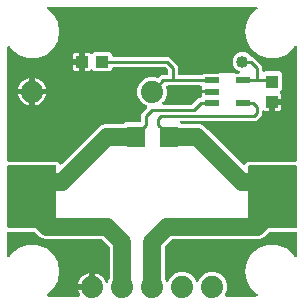
<source format=gbr>
G04 EAGLE Gerber RS-274X export*
G75*
%MOMM*%
%FSLAX34Y34*%
%LPD*%
%INTop Copper*%
%IPPOS*%
%AMOC8*
5,1,8,0,0,1.08239X$1,22.5*%
G01*
%ADD10R,1.200000X0.550000*%
%ADD11C,1.879600*%
%ADD12R,1.000000X1.100000*%
%ADD13R,1.100000X1.000000*%
%ADD14R,1.600000X1.800000*%
%ADD15C,1.524000*%
%ADD16C,0.254000*%
%ADD17C,1.016000*%

G36*
X204593Y115910D02*
X204593Y115910D01*
X204712Y115914D01*
X204751Y115925D01*
X204791Y115929D01*
X204904Y115969D01*
X205018Y116002D01*
X205053Y116023D01*
X205091Y116037D01*
X205189Y116103D01*
X205292Y116164D01*
X205337Y116204D01*
X205354Y116215D01*
X205367Y116230D01*
X205413Y116270D01*
X207761Y118619D01*
X248412Y118619D01*
X248530Y118634D01*
X248649Y118641D01*
X248687Y118654D01*
X248728Y118659D01*
X248838Y118702D01*
X248951Y118739D01*
X248986Y118761D01*
X249023Y118776D01*
X249119Y118845D01*
X249220Y118909D01*
X249248Y118939D01*
X249281Y118962D01*
X249357Y119054D01*
X249438Y119141D01*
X249458Y119176D01*
X249483Y119207D01*
X249534Y119315D01*
X249592Y119419D01*
X249602Y119459D01*
X249619Y119495D01*
X249641Y119612D01*
X249671Y119727D01*
X249675Y119787D01*
X249679Y119807D01*
X249677Y119828D01*
X249681Y119888D01*
X249681Y215163D01*
X249663Y215308D01*
X249648Y215453D01*
X249643Y215466D01*
X249641Y215479D01*
X249588Y215614D01*
X249537Y215751D01*
X249529Y215762D01*
X249524Y215775D01*
X249439Y215892D01*
X249356Y216012D01*
X249345Y216021D01*
X249338Y216032D01*
X249226Y216125D01*
X249115Y216220D01*
X249103Y216226D01*
X249093Y216235D01*
X248961Y216297D01*
X248830Y216362D01*
X248817Y216365D01*
X248805Y216370D01*
X248663Y216398D01*
X248519Y216428D01*
X248506Y216428D01*
X248493Y216430D01*
X248348Y216421D01*
X248202Y216415D01*
X248189Y216411D01*
X248175Y216410D01*
X248037Y216366D01*
X247897Y216324D01*
X247885Y216317D01*
X247873Y216312D01*
X247750Y216235D01*
X247625Y216159D01*
X247615Y216149D01*
X247604Y216142D01*
X247504Y216036D01*
X247402Y215932D01*
X247392Y215917D01*
X247386Y215911D01*
X247378Y215896D01*
X247313Y215798D01*
X246185Y213845D01*
X240078Y208720D01*
X232586Y205993D01*
X224614Y205993D01*
X217122Y208720D01*
X211015Y213844D01*
X207029Y220749D01*
X205645Y228600D01*
X207029Y236451D01*
X211015Y243355D01*
X215882Y247440D01*
X215906Y247466D01*
X215935Y247486D01*
X216014Y247582D01*
X216099Y247673D01*
X216115Y247704D01*
X216138Y247731D01*
X216191Y247844D01*
X216250Y247953D01*
X216258Y247987D01*
X216274Y248019D01*
X216297Y248141D01*
X216327Y248261D01*
X216327Y248297D01*
X216333Y248332D01*
X216326Y248455D01*
X216325Y248579D01*
X216316Y248614D01*
X216314Y248649D01*
X216275Y248767D01*
X216244Y248887D01*
X216226Y248918D01*
X216216Y248951D01*
X216149Y249056D01*
X216089Y249165D01*
X216064Y249190D01*
X216045Y249220D01*
X215955Y249305D01*
X215870Y249395D01*
X215840Y249414D01*
X215814Y249438D01*
X215705Y249498D01*
X215600Y249564D01*
X215566Y249575D01*
X215535Y249592D01*
X215415Y249623D01*
X215297Y249660D01*
X215262Y249662D01*
X215227Y249671D01*
X215067Y249681D01*
X38933Y249681D01*
X38898Y249677D01*
X38863Y249679D01*
X38741Y249657D01*
X38618Y249641D01*
X38585Y249628D01*
X38550Y249622D01*
X38437Y249570D01*
X38322Y249524D01*
X38294Y249504D01*
X38261Y249489D01*
X38165Y249410D01*
X38065Y249338D01*
X38042Y249310D01*
X38015Y249288D01*
X37941Y249188D01*
X37862Y249093D01*
X37847Y249061D01*
X37826Y249032D01*
X37779Y248917D01*
X37726Y248805D01*
X37720Y248770D01*
X37707Y248737D01*
X37690Y248614D01*
X37667Y248493D01*
X37669Y248457D01*
X37664Y248422D01*
X37679Y248299D01*
X37686Y248175D01*
X37697Y248141D01*
X37702Y248106D01*
X37746Y247991D01*
X37784Y247873D01*
X37803Y247843D01*
X37816Y247810D01*
X37888Y247709D01*
X37955Y247604D01*
X37980Y247580D01*
X38001Y247551D01*
X38118Y247440D01*
X42985Y243356D01*
X46971Y236451D01*
X48355Y228600D01*
X46971Y220749D01*
X42985Y213845D01*
X36878Y208720D01*
X29386Y205993D01*
X21414Y205993D01*
X13922Y208720D01*
X7815Y213844D01*
X6687Y215798D01*
X6599Y215914D01*
X6514Y216032D01*
X6503Y216041D01*
X6495Y216051D01*
X6381Y216142D01*
X6269Y216235D01*
X6256Y216241D01*
X6246Y216249D01*
X6112Y216309D01*
X5981Y216370D01*
X5968Y216373D01*
X5955Y216378D01*
X5811Y216403D01*
X5668Y216430D01*
X5655Y216429D01*
X5642Y216432D01*
X5496Y216419D01*
X5351Y216410D01*
X5338Y216406D01*
X5325Y216405D01*
X5187Y216357D01*
X5049Y216312D01*
X5037Y216305D01*
X5024Y216301D01*
X4903Y216220D01*
X4780Y216142D01*
X4771Y216132D01*
X4759Y216125D01*
X4662Y216017D01*
X4562Y215911D01*
X4555Y215899D01*
X4546Y215889D01*
X4479Y215760D01*
X4408Y215632D01*
X4405Y215619D01*
X4399Y215607D01*
X4365Y215465D01*
X4329Y215324D01*
X4328Y215306D01*
X4326Y215298D01*
X4326Y215280D01*
X4319Y215163D01*
X4319Y119888D01*
X4334Y119770D01*
X4341Y119651D01*
X4354Y119613D01*
X4359Y119572D01*
X4402Y119462D01*
X4439Y119349D01*
X4461Y119314D01*
X4476Y119277D01*
X4545Y119181D01*
X4609Y119080D01*
X4639Y119052D01*
X4662Y119019D01*
X4754Y118943D01*
X4841Y118862D01*
X4876Y118842D01*
X4907Y118817D01*
X5015Y118766D01*
X5119Y118708D01*
X5159Y118698D01*
X5195Y118681D01*
X5312Y118659D01*
X5427Y118629D01*
X5487Y118625D01*
X5507Y118621D01*
X5528Y118623D01*
X5588Y118619D01*
X46239Y118619D01*
X48587Y116270D01*
X48681Y116197D01*
X48771Y116118D01*
X48807Y116100D01*
X48839Y116075D01*
X48948Y116028D01*
X49054Y115974D01*
X49093Y115965D01*
X49131Y115949D01*
X49248Y115930D01*
X49364Y115904D01*
X49405Y115905D01*
X49445Y115899D01*
X49563Y115910D01*
X49682Y115914D01*
X49721Y115925D01*
X49761Y115929D01*
X49873Y115969D01*
X49988Y116002D01*
X50022Y116023D01*
X50061Y116037D01*
X50159Y116103D01*
X50262Y116164D01*
X50307Y116204D01*
X50324Y116215D01*
X50337Y116230D01*
X50382Y116270D01*
X79677Y145565D01*
X82857Y148745D01*
X86778Y150369D01*
X101831Y150369D01*
X101930Y150381D01*
X102029Y150384D01*
X102087Y150401D01*
X102147Y150409D01*
X102239Y150445D01*
X102334Y150473D01*
X102386Y150503D01*
X102443Y150526D01*
X102523Y150584D01*
X102608Y150634D01*
X102683Y150700D01*
X102700Y150712D01*
X102708Y150722D01*
X102729Y150740D01*
X103737Y151749D01*
X116332Y151749D01*
X116450Y151764D01*
X116569Y151771D01*
X116607Y151784D01*
X116648Y151789D01*
X116758Y151832D01*
X116871Y151869D01*
X116906Y151891D01*
X116943Y151906D01*
X117039Y151975D01*
X117140Y152039D01*
X117168Y152069D01*
X117201Y152092D01*
X117277Y152184D01*
X117358Y152271D01*
X117378Y152306D01*
X117403Y152337D01*
X117454Y152445D01*
X117512Y152549D01*
X117522Y152589D01*
X117539Y152625D01*
X117561Y152742D01*
X117591Y152857D01*
X117595Y152917D01*
X117599Y152937D01*
X117597Y152958D01*
X117601Y153018D01*
X117601Y159269D01*
X122310Y163977D01*
X122588Y164256D01*
X122618Y164295D01*
X122655Y164328D01*
X122716Y164420D01*
X122783Y164507D01*
X122803Y164553D01*
X122830Y164594D01*
X122866Y164698D01*
X122909Y164799D01*
X122917Y164848D01*
X122933Y164895D01*
X122942Y165005D01*
X122959Y165113D01*
X122955Y165162D01*
X122958Y165212D01*
X122940Y165320D01*
X122929Y165429D01*
X122913Y165476D01*
X122904Y165525D01*
X122859Y165625D01*
X122822Y165729D01*
X122794Y165770D01*
X122773Y165815D01*
X122705Y165901D01*
X122643Y165992D01*
X122606Y166025D01*
X122575Y166064D01*
X122487Y166130D01*
X122405Y166202D01*
X122361Y166225D01*
X122321Y166255D01*
X122176Y166326D01*
X119950Y167248D01*
X116448Y170750D01*
X114553Y175324D01*
X114553Y180276D01*
X116448Y184850D01*
X119950Y188352D01*
X124524Y190247D01*
X129476Y190247D01*
X131424Y189440D01*
X131453Y189432D01*
X131479Y189419D01*
X131605Y189390D01*
X131731Y189356D01*
X131760Y189355D01*
X131789Y189349D01*
X131919Y189353D01*
X132049Y189351D01*
X132077Y189358D01*
X132107Y189359D01*
X132232Y189395D01*
X132358Y189425D01*
X132384Y189439D01*
X132412Y189447D01*
X132524Y189513D01*
X132639Y189574D01*
X132661Y189594D01*
X132686Y189608D01*
X132807Y189715D01*
X134711Y191619D01*
X139192Y191619D01*
X139310Y191634D01*
X139429Y191641D01*
X139467Y191654D01*
X139508Y191659D01*
X139618Y191702D01*
X139731Y191739D01*
X139766Y191761D01*
X139803Y191776D01*
X139899Y191845D01*
X140000Y191909D01*
X140028Y191939D01*
X140061Y191962D01*
X140137Y192054D01*
X140218Y192141D01*
X140238Y192176D01*
X140263Y192207D01*
X140314Y192315D01*
X140372Y192419D01*
X140382Y192459D01*
X140399Y192495D01*
X140421Y192612D01*
X140451Y192727D01*
X140455Y192787D01*
X140459Y192807D01*
X140457Y192828D01*
X140461Y192888D01*
X140461Y195805D01*
X140449Y195904D01*
X140446Y196003D01*
X140429Y196061D01*
X140421Y196121D01*
X140385Y196213D01*
X140357Y196308D01*
X140327Y196360D01*
X140304Y196417D01*
X140246Y196497D01*
X140196Y196582D01*
X140130Y196657D01*
X140118Y196674D01*
X140108Y196682D01*
X140090Y196703D01*
X138283Y198510D01*
X138205Y198570D01*
X138132Y198638D01*
X138079Y198667D01*
X138032Y198704D01*
X137941Y198744D01*
X137854Y198792D01*
X137795Y198807D01*
X137740Y198831D01*
X137642Y198846D01*
X137546Y198871D01*
X137446Y198877D01*
X137426Y198881D01*
X137413Y198879D01*
X137385Y198881D01*
X94518Y198881D01*
X94400Y198866D01*
X94281Y198859D01*
X94243Y198846D01*
X94202Y198841D01*
X94092Y198798D01*
X93979Y198761D01*
X93944Y198739D01*
X93907Y198724D01*
X93811Y198655D01*
X93710Y198591D01*
X93682Y198561D01*
X93649Y198538D01*
X93573Y198446D01*
X93492Y198359D01*
X93472Y198324D01*
X93447Y198293D01*
X93396Y198185D01*
X93338Y198081D01*
X93328Y198041D01*
X93311Y198005D01*
X93289Y197888D01*
X93259Y197773D01*
X93255Y197713D01*
X93251Y197693D01*
X93253Y197672D01*
X93249Y197612D01*
X93249Y196937D01*
X91463Y195151D01*
X77937Y195151D01*
X76738Y196350D01*
X76644Y196423D01*
X76555Y196502D01*
X76519Y196520D01*
X76487Y196545D01*
X76378Y196592D01*
X76272Y196647D01*
X76232Y196655D01*
X76195Y196671D01*
X76077Y196690D01*
X75961Y196716D01*
X75921Y196715D01*
X75881Y196721D01*
X75762Y196710D01*
X75643Y196706D01*
X75605Y196695D01*
X75564Y196691D01*
X75452Y196651D01*
X75338Y196618D01*
X75303Y196598D01*
X75265Y196584D01*
X75167Y196517D01*
X75064Y196457D01*
X75019Y196417D01*
X75002Y196405D01*
X74988Y196390D01*
X74943Y196350D01*
X74760Y196167D01*
X74181Y195832D01*
X73534Y195659D01*
X70199Y195659D01*
X70199Y201970D01*
X70184Y202088D01*
X70177Y202207D01*
X70164Y202245D01*
X70159Y202285D01*
X70116Y202396D01*
X70079Y202509D01*
X70057Y202543D01*
X70042Y202581D01*
X69973Y202677D01*
X69909Y202778D01*
X69879Y202806D01*
X69856Y202838D01*
X69764Y202914D01*
X69677Y202996D01*
X69642Y203015D01*
X69611Y203041D01*
X69503Y203092D01*
X69399Y203149D01*
X69359Y203159D01*
X69323Y203177D01*
X69216Y203197D01*
X69246Y203201D01*
X69356Y203245D01*
X69469Y203281D01*
X69504Y203303D01*
X69541Y203318D01*
X69637Y203388D01*
X69738Y203451D01*
X69766Y203481D01*
X69799Y203505D01*
X69875Y203596D01*
X69956Y203683D01*
X69976Y203718D01*
X70001Y203750D01*
X70052Y203857D01*
X70110Y203962D01*
X70120Y204001D01*
X70137Y204037D01*
X70159Y204154D01*
X70189Y204270D01*
X70193Y204330D01*
X70197Y204350D01*
X70195Y204370D01*
X70199Y204430D01*
X70199Y210741D01*
X73534Y210741D01*
X74181Y210568D01*
X74760Y210233D01*
X74943Y210050D01*
X75037Y209977D01*
X75127Y209898D01*
X75163Y209880D01*
X75195Y209855D01*
X75304Y209808D01*
X75410Y209753D01*
X75449Y209745D01*
X75486Y209729D01*
X75604Y209710D01*
X75720Y209684D01*
X75761Y209685D01*
X75801Y209679D01*
X75919Y209690D01*
X76038Y209693D01*
X76077Y209705D01*
X76117Y209709D01*
X76229Y209749D01*
X76344Y209782D01*
X76378Y209802D01*
X76416Y209816D01*
X76515Y209883D01*
X76617Y209943D01*
X76663Y209983D01*
X76680Y209995D01*
X76693Y210010D01*
X76738Y210050D01*
X77937Y211249D01*
X91463Y211249D01*
X93249Y209463D01*
X93249Y208788D01*
X93264Y208670D01*
X93271Y208551D01*
X93284Y208513D01*
X93289Y208472D01*
X93332Y208362D01*
X93369Y208249D01*
X93391Y208214D01*
X93406Y208177D01*
X93475Y208081D01*
X93539Y207980D01*
X93569Y207952D01*
X93592Y207919D01*
X93684Y207843D01*
X93771Y207762D01*
X93806Y207742D01*
X93837Y207717D01*
X93945Y207666D01*
X94049Y207608D01*
X94089Y207598D01*
X94125Y207581D01*
X94242Y207559D01*
X94357Y207529D01*
X94417Y207525D01*
X94437Y207521D01*
X94458Y207523D01*
X94518Y207519D01*
X141489Y207519D01*
X149099Y199909D01*
X149099Y192888D01*
X149114Y192770D01*
X149121Y192651D01*
X149134Y192613D01*
X149139Y192572D01*
X149182Y192462D01*
X149219Y192349D01*
X149241Y192314D01*
X149256Y192277D01*
X149325Y192181D01*
X149389Y192080D01*
X149419Y192052D01*
X149442Y192019D01*
X149534Y191943D01*
X149621Y191862D01*
X149656Y191842D01*
X149687Y191817D01*
X149795Y191766D01*
X149899Y191708D01*
X149939Y191698D01*
X149975Y191681D01*
X150092Y191659D01*
X150207Y191629D01*
X150267Y191625D01*
X150287Y191621D01*
X150308Y191623D01*
X150368Y191619D01*
X168230Y191619D01*
X168329Y191631D01*
X168428Y191634D01*
X168486Y191651D01*
X168546Y191659D01*
X168638Y191695D01*
X168733Y191723D01*
X168785Y191753D01*
X168842Y191776D01*
X168922Y191834D01*
X169007Y191884D01*
X169082Y191950D01*
X169099Y191962D01*
X169107Y191972D01*
X169128Y191990D01*
X170236Y193099D01*
X183181Y193099D01*
X183280Y193111D01*
X183379Y193114D01*
X183437Y193131D01*
X183497Y193139D01*
X183589Y193175D01*
X183684Y193203D01*
X183736Y193233D01*
X183793Y193256D01*
X183873Y193314D01*
X183958Y193364D01*
X184033Y193430D01*
X184050Y193442D01*
X184058Y193452D01*
X184079Y193471D01*
X184157Y193549D01*
X196843Y193549D01*
X196921Y193471D01*
X196999Y193410D01*
X197071Y193342D01*
X197124Y193313D01*
X197172Y193276D01*
X197263Y193236D01*
X197350Y193188D01*
X197409Y193173D01*
X197464Y193149D01*
X197562Y193134D01*
X197658Y193109D01*
X197758Y193103D01*
X197778Y193099D01*
X197791Y193101D01*
X197819Y193099D01*
X199964Y193099D01*
X200033Y193107D01*
X200103Y193106D01*
X200191Y193127D01*
X200280Y193139D01*
X200345Y193164D01*
X200413Y193181D01*
X200492Y193223D01*
X200576Y193256D01*
X200632Y193297D01*
X200694Y193329D01*
X200760Y193390D01*
X200833Y193442D01*
X200877Y193496D01*
X200929Y193543D01*
X200978Y193618D01*
X201036Y193687D01*
X201065Y193751D01*
X201104Y193809D01*
X201133Y193894D01*
X201171Y193975D01*
X201184Y194044D01*
X201207Y194110D01*
X201214Y194199D01*
X201231Y194287D01*
X201227Y194357D01*
X201232Y194427D01*
X201217Y194515D01*
X201211Y194605D01*
X201190Y194671D01*
X201178Y194740D01*
X201141Y194822D01*
X201113Y194907D01*
X201076Y194966D01*
X201047Y195030D01*
X200991Y195100D01*
X200943Y195176D01*
X200892Y195224D01*
X200849Y195278D01*
X200777Y195333D01*
X200711Y195394D01*
X200650Y195428D01*
X200595Y195470D01*
X200450Y195541D01*
X198595Y196309D01*
X196309Y198595D01*
X195071Y201583D01*
X195071Y204817D01*
X196309Y207805D01*
X198595Y210091D01*
X201583Y211329D01*
X204817Y211329D01*
X207805Y210091D01*
X210005Y207890D01*
X210084Y207830D01*
X210156Y207762D01*
X210209Y207733D01*
X210257Y207696D01*
X210348Y207656D01*
X210434Y207608D01*
X210493Y207593D01*
X210548Y207569D01*
X210646Y207554D01*
X210742Y207529D01*
X210842Y207523D01*
X210863Y207519D01*
X210875Y207521D01*
X210903Y207519D01*
X212609Y207519D01*
X220219Y199909D01*
X220219Y195795D01*
X220236Y195657D01*
X220249Y195518D01*
X220256Y195499D01*
X220259Y195479D01*
X220310Y195350D01*
X220357Y195219D01*
X220368Y195202D01*
X220376Y195183D01*
X220457Y195071D01*
X220535Y194956D01*
X220551Y194942D01*
X220562Y194926D01*
X220670Y194837D01*
X220774Y194745D01*
X220792Y194736D01*
X220807Y194723D01*
X220933Y194664D01*
X221057Y194601D01*
X221077Y194596D01*
X221095Y194588D01*
X221231Y194562D01*
X221367Y194531D01*
X221388Y194532D01*
X221407Y194528D01*
X221546Y194536D01*
X221685Y194541D01*
X221705Y194546D01*
X221725Y194548D01*
X221857Y194591D01*
X221991Y194629D01*
X222008Y194639D01*
X222027Y194646D01*
X222145Y194720D01*
X222265Y194791D01*
X222286Y194809D01*
X222296Y194816D01*
X222310Y194831D01*
X222331Y194849D01*
X234863Y194849D01*
X236649Y193063D01*
X236649Y179537D01*
X235450Y178338D01*
X235377Y178244D01*
X235298Y178155D01*
X235280Y178119D01*
X235255Y178087D01*
X235208Y177978D01*
X235153Y177872D01*
X235145Y177832D01*
X235129Y177795D01*
X235110Y177677D01*
X235084Y177561D01*
X235085Y177521D01*
X235079Y177481D01*
X235090Y177362D01*
X235094Y177243D01*
X235105Y177205D01*
X235109Y177164D01*
X235149Y177052D01*
X235182Y176938D01*
X235202Y176903D01*
X235216Y176865D01*
X235283Y176767D01*
X235343Y176664D01*
X235383Y176619D01*
X235395Y176602D01*
X235410Y176588D01*
X235450Y176543D01*
X235633Y176360D01*
X235968Y175781D01*
X236141Y175134D01*
X236141Y171799D01*
X229830Y171799D01*
X229712Y171784D01*
X229593Y171777D01*
X229555Y171764D01*
X229515Y171759D01*
X229404Y171716D01*
X229291Y171679D01*
X229257Y171657D01*
X229219Y171642D01*
X229123Y171573D01*
X229022Y171509D01*
X228994Y171479D01*
X228962Y171456D01*
X228886Y171364D01*
X228804Y171277D01*
X228785Y171242D01*
X228759Y171211D01*
X228708Y171103D01*
X228651Y170999D01*
X228641Y170959D01*
X228623Y170923D01*
X228601Y170806D01*
X228571Y170691D01*
X228567Y170631D01*
X228564Y170611D01*
X228565Y170590D01*
X228561Y170530D01*
X228561Y169339D01*
X227370Y169339D01*
X227252Y169324D01*
X227133Y169317D01*
X227095Y169304D01*
X227054Y169299D01*
X226944Y169255D01*
X226831Y169219D01*
X226796Y169197D01*
X226759Y169182D01*
X226662Y169112D01*
X226562Y169049D01*
X226534Y169019D01*
X226501Y168995D01*
X226425Y168904D01*
X226344Y168817D01*
X226324Y168782D01*
X226299Y168750D01*
X226248Y168643D01*
X226190Y168538D01*
X226180Y168499D01*
X226163Y168463D01*
X226141Y168346D01*
X226111Y168230D01*
X226107Y168170D01*
X226103Y168150D01*
X226104Y168137D01*
X226103Y168132D01*
X226104Y168121D01*
X226101Y168070D01*
X226101Y161259D01*
X223266Y161259D01*
X222619Y161432D01*
X222123Y161719D01*
X222000Y161771D01*
X221881Y161827D01*
X221854Y161832D01*
X221829Y161842D01*
X221698Y161862D01*
X221568Y161887D01*
X221542Y161885D01*
X221515Y161889D01*
X221383Y161875D01*
X221251Y161867D01*
X221225Y161859D01*
X221199Y161856D01*
X221074Y161810D01*
X220949Y161769D01*
X220926Y161755D01*
X220900Y161745D01*
X220792Y161670D01*
X220680Y161599D01*
X220661Y161579D01*
X220639Y161564D01*
X220553Y161464D01*
X220462Y161367D01*
X220449Y161344D01*
X220431Y161323D01*
X220372Y161205D01*
X220308Y161089D01*
X220302Y161062D01*
X220290Y161038D01*
X220262Y160909D01*
X220229Y160781D01*
X220227Y160743D01*
X220223Y160727D01*
X220224Y160705D01*
X220219Y160620D01*
X220219Y158231D01*
X215149Y153161D01*
X151915Y153161D01*
X151777Y153144D01*
X151638Y153131D01*
X151619Y153124D01*
X151599Y153121D01*
X151470Y153070D01*
X151339Y153023D01*
X151322Y153012D01*
X151303Y153004D01*
X151191Y152923D01*
X151076Y152845D01*
X151062Y152829D01*
X151046Y152818D01*
X150957Y152710D01*
X150865Y152606D01*
X150856Y152588D01*
X150843Y152573D01*
X150784Y152447D01*
X150721Y152323D01*
X150716Y152303D01*
X150708Y152285D01*
X150682Y152148D01*
X150651Y152013D01*
X150652Y151992D01*
X150648Y151973D01*
X150656Y151834D01*
X150661Y151695D01*
X150666Y151675D01*
X150668Y151655D01*
X150710Y151523D01*
X150749Y151389D01*
X150759Y151372D01*
X150766Y151353D01*
X150840Y151235D01*
X150911Y151115D01*
X150929Y151094D01*
X150936Y151084D01*
X150951Y151070D01*
X151017Y150994D01*
X151271Y150740D01*
X151349Y150680D01*
X151421Y150612D01*
X151475Y150583D01*
X151522Y150546D01*
X151613Y150506D01*
X151700Y150458D01*
X151759Y150443D01*
X151814Y150419D01*
X151912Y150404D01*
X152008Y150379D01*
X152108Y150373D01*
X152128Y150369D01*
X152141Y150371D01*
X152169Y150369D01*
X167222Y150369D01*
X171143Y148745D01*
X174323Y145565D01*
X203618Y116270D01*
X203712Y116197D01*
X203801Y116118D01*
X203837Y116100D01*
X203869Y116075D01*
X203978Y116028D01*
X204084Y115974D01*
X204124Y115965D01*
X204161Y115949D01*
X204278Y115930D01*
X204394Y115904D01*
X204435Y115905D01*
X204475Y115899D01*
X204593Y115910D01*
G37*
G36*
X215102Y4323D02*
X215102Y4323D01*
X215137Y4321D01*
X215259Y4343D01*
X215382Y4359D01*
X215415Y4372D01*
X215450Y4378D01*
X215563Y4430D01*
X215678Y4476D01*
X215706Y4496D01*
X215739Y4511D01*
X215835Y4590D01*
X215935Y4662D01*
X215958Y4690D01*
X215985Y4712D01*
X216059Y4812D01*
X216138Y4907D01*
X216153Y4939D01*
X216174Y4968D01*
X216221Y5083D01*
X216274Y5195D01*
X216280Y5230D01*
X216293Y5263D01*
X216310Y5386D01*
X216333Y5507D01*
X216331Y5543D01*
X216336Y5578D01*
X216321Y5701D01*
X216314Y5825D01*
X216303Y5859D01*
X216298Y5894D01*
X216254Y6009D01*
X216216Y6127D01*
X216197Y6157D01*
X216184Y6190D01*
X216112Y6291D01*
X216045Y6396D01*
X216020Y6420D01*
X215999Y6449D01*
X215882Y6560D01*
X211015Y10644D01*
X207029Y17549D01*
X205645Y25400D01*
X207029Y33251D01*
X211015Y40155D01*
X217122Y45280D01*
X224614Y48007D01*
X232586Y48007D01*
X240078Y45280D01*
X246185Y40156D01*
X247313Y38202D01*
X247401Y38086D01*
X247486Y37968D01*
X247497Y37959D01*
X247505Y37949D01*
X247619Y37858D01*
X247731Y37765D01*
X247744Y37759D01*
X247754Y37751D01*
X247888Y37691D01*
X248019Y37630D01*
X248032Y37627D01*
X248045Y37622D01*
X248189Y37597D01*
X248332Y37570D01*
X248345Y37571D01*
X248358Y37568D01*
X248504Y37581D01*
X248649Y37590D01*
X248662Y37594D01*
X248675Y37595D01*
X248813Y37643D01*
X248951Y37688D01*
X248963Y37695D01*
X248976Y37699D01*
X249097Y37780D01*
X249220Y37858D01*
X249229Y37868D01*
X249241Y37875D01*
X249338Y37983D01*
X249438Y38089D01*
X249445Y38101D01*
X249454Y38111D01*
X249521Y38240D01*
X249592Y38368D01*
X249595Y38381D01*
X249601Y38393D01*
X249635Y38535D01*
X249671Y38676D01*
X249672Y38694D01*
X249674Y38703D01*
X249674Y38720D01*
X249681Y38837D01*
X249681Y57912D01*
X249666Y58030D01*
X249659Y58149D01*
X249646Y58187D01*
X249641Y58228D01*
X249598Y58338D01*
X249561Y58451D01*
X249539Y58486D01*
X249524Y58523D01*
X249455Y58619D01*
X249391Y58720D01*
X249361Y58748D01*
X249338Y58781D01*
X249246Y58857D01*
X249159Y58938D01*
X249124Y58958D01*
X249093Y58983D01*
X248985Y59034D01*
X248881Y59092D01*
X248841Y59102D01*
X248805Y59119D01*
X248688Y59141D01*
X248573Y59171D01*
X248513Y59175D01*
X248493Y59179D01*
X248472Y59177D01*
X248412Y59181D01*
X227195Y59181D01*
X227097Y59169D01*
X226998Y59166D01*
X226939Y59149D01*
X226879Y59141D01*
X226787Y59105D01*
X226692Y59077D01*
X226640Y59047D01*
X226584Y59024D01*
X226504Y58966D01*
X226418Y58916D01*
X226343Y58850D01*
X226326Y58838D01*
X226319Y58828D01*
X226297Y58810D01*
X221943Y54455D01*
X218022Y52831D01*
X144645Y52831D01*
X144547Y52819D01*
X144448Y52816D01*
X144389Y52799D01*
X144329Y52791D01*
X144237Y52755D01*
X144142Y52727D01*
X144090Y52697D01*
X144034Y52674D01*
X143954Y52616D01*
X143868Y52566D01*
X143793Y52500D01*
X143776Y52488D01*
X143769Y52478D01*
X143747Y52460D01*
X138040Y46753D01*
X137980Y46674D01*
X137912Y46602D01*
X137883Y46549D01*
X137846Y46501D01*
X137806Y46410D01*
X137758Y46324D01*
X137743Y46265D01*
X137719Y46209D01*
X137704Y46112D01*
X137679Y46016D01*
X137673Y45916D01*
X137669Y45895D01*
X137671Y45883D01*
X137669Y45855D01*
X137669Y19721D01*
X137670Y19712D01*
X137669Y19702D01*
X137690Y19554D01*
X137709Y19405D01*
X137712Y19397D01*
X137713Y19387D01*
X137765Y19235D01*
X138527Y17395D01*
X138596Y17275D01*
X138661Y17152D01*
X138675Y17137D01*
X138685Y17119D01*
X138782Y17019D01*
X138875Y16916D01*
X138892Y16905D01*
X138906Y16891D01*
X139024Y16818D01*
X139141Y16742D01*
X139160Y16735D01*
X139177Y16724D01*
X139310Y16684D01*
X139442Y16638D01*
X139462Y16637D01*
X139481Y16631D01*
X139620Y16624D01*
X139759Y16613D01*
X139779Y16617D01*
X139799Y16616D01*
X139935Y16644D01*
X140072Y16668D01*
X140091Y16676D01*
X140110Y16680D01*
X140235Y16741D01*
X140362Y16798D01*
X140378Y16811D01*
X140396Y16820D01*
X140502Y16910D01*
X140610Y16997D01*
X140623Y17013D01*
X140638Y17026D01*
X140718Y17140D01*
X140802Y17251D01*
X140814Y17276D01*
X140821Y17286D01*
X140828Y17305D01*
X140873Y17395D01*
X141848Y19750D01*
X145350Y23252D01*
X149924Y25147D01*
X154876Y25147D01*
X159450Y23252D01*
X162952Y19750D01*
X163927Y17395D01*
X163996Y17275D01*
X164061Y17152D01*
X164075Y17137D01*
X164085Y17119D01*
X164182Y17019D01*
X164275Y16916D01*
X164292Y16905D01*
X164306Y16891D01*
X164425Y16818D01*
X164541Y16742D01*
X164560Y16735D01*
X164577Y16724D01*
X164710Y16684D01*
X164842Y16638D01*
X164862Y16637D01*
X164881Y16631D01*
X165020Y16624D01*
X165159Y16613D01*
X165179Y16617D01*
X165199Y16616D01*
X165335Y16644D01*
X165472Y16668D01*
X165491Y16676D01*
X165510Y16680D01*
X165636Y16741D01*
X165762Y16798D01*
X165778Y16811D01*
X165796Y16820D01*
X165902Y16910D01*
X166010Y16997D01*
X166023Y17013D01*
X166038Y17026D01*
X166118Y17140D01*
X166202Y17251D01*
X166214Y17276D01*
X166221Y17286D01*
X166228Y17305D01*
X166273Y17395D01*
X167248Y19750D01*
X170750Y23252D01*
X175324Y25147D01*
X180276Y25147D01*
X184850Y23252D01*
X188352Y19750D01*
X190247Y15176D01*
X190247Y10224D01*
X188528Y6074D01*
X188514Y6026D01*
X188493Y5981D01*
X188473Y5873D01*
X188444Y5767D01*
X188443Y5717D01*
X188433Y5668D01*
X188440Y5559D01*
X188439Y5449D01*
X188450Y5401D01*
X188453Y5351D01*
X188487Y5247D01*
X188513Y5140D01*
X188536Y5096D01*
X188551Y5049D01*
X188610Y4956D01*
X188661Y4859D01*
X188695Y4822D01*
X188721Y4780D01*
X188802Y4705D01*
X188875Y4623D01*
X188917Y4596D01*
X188953Y4562D01*
X189049Y4509D01*
X189141Y4449D01*
X189188Y4432D01*
X189232Y4408D01*
X189338Y4381D01*
X189442Y4345D01*
X189491Y4341D01*
X189539Y4329D01*
X189700Y4319D01*
X215067Y4319D01*
X215102Y4323D01*
G37*
G36*
X65081Y4324D02*
X65081Y4324D01*
X65121Y4321D01*
X65238Y4344D01*
X65357Y4359D01*
X65394Y4373D01*
X65433Y4381D01*
X65541Y4432D01*
X65652Y4476D01*
X65685Y4499D01*
X65721Y4516D01*
X65813Y4592D01*
X65910Y4662D01*
X65935Y4693D01*
X65966Y4719D01*
X66036Y4815D01*
X66113Y4907D01*
X66130Y4944D01*
X66153Y4976D01*
X66197Y5087D01*
X66248Y5195D01*
X66256Y5234D01*
X66270Y5271D01*
X66285Y5390D01*
X66308Y5507D01*
X66305Y5547D01*
X66310Y5587D01*
X66296Y5706D01*
X66288Y5825D01*
X66276Y5863D01*
X66271Y5902D01*
X66227Y6014D01*
X66190Y6127D01*
X66169Y6161D01*
X66154Y6198D01*
X66068Y6334D01*
X65989Y6443D01*
X65136Y8117D01*
X64555Y9904D01*
X64515Y10161D01*
X74930Y10161D01*
X75048Y10176D01*
X75167Y10183D01*
X75205Y10196D01*
X75245Y10201D01*
X75356Y10244D01*
X75469Y10281D01*
X75503Y10303D01*
X75541Y10318D01*
X75637Y10388D01*
X75738Y10451D01*
X75766Y10481D01*
X75798Y10504D01*
X75874Y10596D01*
X75956Y10683D01*
X75975Y10718D01*
X76001Y10749D01*
X76052Y10857D01*
X76109Y10961D01*
X76120Y11001D01*
X76137Y11037D01*
X76159Y11154D01*
X76189Y11269D01*
X76193Y11330D01*
X76197Y11350D01*
X76195Y11370D01*
X76199Y11430D01*
X76199Y12701D01*
X77470Y12701D01*
X77588Y12716D01*
X77707Y12723D01*
X77745Y12736D01*
X77785Y12741D01*
X77896Y12785D01*
X78009Y12821D01*
X78044Y12843D01*
X78081Y12858D01*
X78177Y12928D01*
X78278Y12991D01*
X78306Y13021D01*
X78339Y13045D01*
X78414Y13136D01*
X78496Y13223D01*
X78516Y13258D01*
X78541Y13290D01*
X78592Y13397D01*
X78650Y13502D01*
X78660Y13541D01*
X78677Y13577D01*
X78699Y13694D01*
X78729Y13809D01*
X78733Y13870D01*
X78737Y13890D01*
X78735Y13910D01*
X78739Y13970D01*
X78739Y24385D01*
X78996Y24345D01*
X80783Y23764D01*
X82457Y22911D01*
X83978Y21806D01*
X85306Y20478D01*
X86411Y18957D01*
X87264Y17283D01*
X87415Y16818D01*
X87428Y16791D01*
X87435Y16762D01*
X87495Y16648D01*
X87550Y16530D01*
X87569Y16507D01*
X87583Y16481D01*
X87670Y16385D01*
X87753Y16285D01*
X87777Y16268D01*
X87797Y16246D01*
X87906Y16174D01*
X88010Y16098D01*
X88038Y16087D01*
X88063Y16071D01*
X88186Y16029D01*
X88306Y15981D01*
X88336Y15977D01*
X88364Y15968D01*
X88493Y15957D01*
X88621Y15941D01*
X88651Y15945D01*
X88681Y15942D01*
X88809Y15965D01*
X88937Y15981D01*
X88965Y15992D01*
X88994Y15997D01*
X89112Y16050D01*
X89233Y16098D01*
X89257Y16115D01*
X89284Y16127D01*
X89385Y16208D01*
X89490Y16284D01*
X89509Y16307D01*
X89533Y16326D01*
X89611Y16429D01*
X89693Y16529D01*
X89706Y16556D01*
X89724Y16580D01*
X89795Y16725D01*
X90835Y19235D01*
X90837Y19244D01*
X90842Y19252D01*
X90879Y19397D01*
X90919Y19542D01*
X90919Y19551D01*
X90921Y19560D01*
X90931Y19721D01*
X90931Y45855D01*
X90919Y45953D01*
X90916Y46052D01*
X90899Y46111D01*
X90891Y46171D01*
X90855Y46263D01*
X90827Y46358D01*
X90797Y46410D01*
X90774Y46466D01*
X90716Y46546D01*
X90666Y46632D01*
X90600Y46707D01*
X90588Y46724D01*
X90578Y46731D01*
X90560Y46753D01*
X84853Y52460D01*
X84774Y52520D01*
X84702Y52588D01*
X84649Y52617D01*
X84601Y52654D01*
X84510Y52694D01*
X84424Y52742D01*
X84365Y52757D01*
X84309Y52781D01*
X84212Y52796D01*
X84116Y52821D01*
X84016Y52827D01*
X83995Y52831D01*
X83983Y52829D01*
X83955Y52831D01*
X35978Y52831D01*
X32057Y54455D01*
X28877Y57635D01*
X27703Y58810D01*
X27624Y58870D01*
X27552Y58938D01*
X27499Y58967D01*
X27451Y59004D01*
X27360Y59044D01*
X27274Y59092D01*
X27215Y59107D01*
X27159Y59131D01*
X27062Y59146D01*
X26966Y59171D01*
X26866Y59177D01*
X26845Y59181D01*
X26833Y59179D01*
X26805Y59181D01*
X5588Y59181D01*
X5470Y59166D01*
X5351Y59159D01*
X5313Y59146D01*
X5272Y59141D01*
X5162Y59098D01*
X5049Y59061D01*
X5014Y59039D01*
X4977Y59024D01*
X4881Y58955D01*
X4780Y58891D01*
X4752Y58861D01*
X4719Y58838D01*
X4643Y58746D01*
X4562Y58659D01*
X4542Y58624D01*
X4517Y58593D01*
X4466Y58485D01*
X4408Y58381D01*
X4398Y58341D01*
X4381Y58305D01*
X4359Y58188D01*
X4329Y58073D01*
X4325Y58013D01*
X4321Y57993D01*
X4323Y57972D01*
X4319Y57912D01*
X4319Y38837D01*
X4337Y38692D01*
X4352Y38547D01*
X4357Y38534D01*
X4359Y38521D01*
X4412Y38386D01*
X4463Y38249D01*
X4471Y38238D01*
X4476Y38225D01*
X4561Y38108D01*
X4644Y37988D01*
X4655Y37979D01*
X4662Y37968D01*
X4774Y37875D01*
X4885Y37780D01*
X4897Y37774D01*
X4907Y37765D01*
X5039Y37703D01*
X5170Y37638D01*
X5183Y37635D01*
X5195Y37630D01*
X5337Y37602D01*
X5481Y37572D01*
X5494Y37572D01*
X5507Y37570D01*
X5652Y37579D01*
X5798Y37585D01*
X5812Y37589D01*
X5825Y37590D01*
X5963Y37634D01*
X6103Y37676D01*
X6115Y37683D01*
X6127Y37688D01*
X6250Y37765D01*
X6375Y37841D01*
X6385Y37851D01*
X6396Y37858D01*
X6496Y37964D01*
X6598Y38068D01*
X6608Y38083D01*
X6614Y38089D01*
X6622Y38104D01*
X6687Y38202D01*
X7815Y40155D01*
X13922Y45280D01*
X21414Y48007D01*
X29386Y48007D01*
X36878Y45280D01*
X42985Y40155D01*
X46971Y33251D01*
X48355Y25400D01*
X46971Y17549D01*
X42985Y10645D01*
X38118Y6560D01*
X38094Y6534D01*
X38065Y6514D01*
X37986Y6418D01*
X37901Y6327D01*
X37885Y6296D01*
X37862Y6269D01*
X37809Y6156D01*
X37750Y6047D01*
X37742Y6013D01*
X37726Y5981D01*
X37703Y5859D01*
X37673Y5739D01*
X37673Y5703D01*
X37667Y5668D01*
X37674Y5545D01*
X37675Y5421D01*
X37684Y5386D01*
X37686Y5351D01*
X37725Y5233D01*
X37756Y5113D01*
X37774Y5082D01*
X37784Y5049D01*
X37851Y4944D01*
X37911Y4835D01*
X37936Y4810D01*
X37955Y4780D01*
X38045Y4695D01*
X38130Y4605D01*
X38160Y4586D01*
X38186Y4562D01*
X38295Y4502D01*
X38400Y4436D01*
X38434Y4425D01*
X38465Y4408D01*
X38585Y4377D01*
X38703Y4340D01*
X38738Y4338D01*
X38773Y4329D01*
X38933Y4319D01*
X65041Y4319D01*
X65081Y4324D01*
G37*
G36*
X44450Y62231D02*
X44450Y62231D01*
X44568Y62246D01*
X44687Y62253D01*
X44725Y62266D01*
X44766Y62271D01*
X44876Y62314D01*
X44989Y62351D01*
X45024Y62373D01*
X45061Y62388D01*
X45157Y62458D01*
X45258Y62521D01*
X45286Y62551D01*
X45319Y62574D01*
X45395Y62666D01*
X45476Y62753D01*
X45496Y62788D01*
X45521Y62819D01*
X45572Y62927D01*
X45630Y63031D01*
X45640Y63071D01*
X45657Y63107D01*
X45679Y63224D01*
X45709Y63339D01*
X45713Y63400D01*
X45717Y63420D01*
X45715Y63440D01*
X45719Y63500D01*
X45719Y114300D01*
X45704Y114418D01*
X45697Y114537D01*
X45684Y114575D01*
X45679Y114616D01*
X45636Y114726D01*
X45599Y114839D01*
X45577Y114874D01*
X45562Y114911D01*
X45493Y115007D01*
X45429Y115108D01*
X45399Y115136D01*
X45376Y115169D01*
X45284Y115245D01*
X45197Y115326D01*
X45162Y115346D01*
X45131Y115371D01*
X45023Y115422D01*
X44919Y115480D01*
X44879Y115490D01*
X44843Y115507D01*
X44726Y115529D01*
X44611Y115559D01*
X44551Y115563D01*
X44531Y115567D01*
X44510Y115565D01*
X44450Y115569D01*
X5588Y115569D01*
X5470Y115554D01*
X5351Y115547D01*
X5313Y115534D01*
X5272Y115529D01*
X5162Y115486D01*
X5049Y115449D01*
X5014Y115427D01*
X4977Y115412D01*
X4881Y115343D01*
X4780Y115279D01*
X4752Y115249D01*
X4719Y115226D01*
X4643Y115134D01*
X4562Y115047D01*
X4542Y115012D01*
X4517Y114981D01*
X4466Y114873D01*
X4408Y114769D01*
X4398Y114729D01*
X4381Y114693D01*
X4359Y114576D01*
X4329Y114461D01*
X4325Y114401D01*
X4321Y114381D01*
X4323Y114360D01*
X4322Y114356D01*
X4321Y114350D01*
X4322Y114345D01*
X4319Y114300D01*
X4319Y63500D01*
X4334Y63382D01*
X4341Y63263D01*
X4354Y63225D01*
X4359Y63184D01*
X4402Y63074D01*
X4439Y62961D01*
X4461Y62926D01*
X4476Y62889D01*
X4545Y62793D01*
X4609Y62692D01*
X4639Y62664D01*
X4662Y62631D01*
X4754Y62555D01*
X4841Y62474D01*
X4876Y62454D01*
X4907Y62429D01*
X5015Y62378D01*
X5119Y62320D01*
X5159Y62310D01*
X5195Y62293D01*
X5312Y62271D01*
X5427Y62241D01*
X5487Y62237D01*
X5507Y62233D01*
X5528Y62235D01*
X5588Y62231D01*
X44450Y62231D01*
G37*
G36*
X248530Y62246D02*
X248530Y62246D01*
X248649Y62253D01*
X248687Y62266D01*
X248728Y62271D01*
X248838Y62314D01*
X248951Y62351D01*
X248986Y62373D01*
X249023Y62388D01*
X249119Y62458D01*
X249220Y62521D01*
X249248Y62551D01*
X249281Y62574D01*
X249357Y62666D01*
X249438Y62753D01*
X249458Y62788D01*
X249483Y62819D01*
X249534Y62927D01*
X249592Y63031D01*
X249602Y63071D01*
X249619Y63107D01*
X249641Y63224D01*
X249671Y63339D01*
X249675Y63400D01*
X249679Y63420D01*
X249677Y63440D01*
X249681Y63500D01*
X249681Y114300D01*
X249666Y114418D01*
X249659Y114537D01*
X249646Y114575D01*
X249641Y114616D01*
X249598Y114726D01*
X249561Y114839D01*
X249539Y114874D01*
X249524Y114911D01*
X249455Y115007D01*
X249391Y115108D01*
X249361Y115136D01*
X249338Y115169D01*
X249246Y115244D01*
X249159Y115326D01*
X249124Y115346D01*
X249093Y115371D01*
X248985Y115422D01*
X248881Y115480D01*
X248841Y115490D01*
X248805Y115507D01*
X248688Y115529D01*
X248573Y115559D01*
X248513Y115563D01*
X248493Y115567D01*
X248472Y115565D01*
X248412Y115569D01*
X209550Y115569D01*
X209432Y115554D01*
X209313Y115547D01*
X209275Y115534D01*
X209234Y115529D01*
X209124Y115486D01*
X209011Y115449D01*
X208976Y115427D01*
X208939Y115412D01*
X208843Y115343D01*
X208742Y115279D01*
X208714Y115249D01*
X208681Y115226D01*
X208606Y115134D01*
X208524Y115047D01*
X208504Y115012D01*
X208479Y114981D01*
X208428Y114873D01*
X208370Y114769D01*
X208360Y114729D01*
X208343Y114693D01*
X208321Y114576D01*
X208291Y114461D01*
X208287Y114401D01*
X208283Y114381D01*
X208285Y114360D01*
X208284Y114356D01*
X208283Y114351D01*
X208284Y114345D01*
X208281Y114300D01*
X208281Y63500D01*
X208296Y63382D01*
X208303Y63263D01*
X208316Y63225D01*
X208321Y63184D01*
X208364Y63074D01*
X208401Y62961D01*
X208423Y62926D01*
X208438Y62889D01*
X208508Y62793D01*
X208571Y62692D01*
X208601Y62664D01*
X208624Y62631D01*
X208716Y62556D01*
X208803Y62474D01*
X208838Y62454D01*
X208869Y62429D01*
X208977Y62378D01*
X209081Y62320D01*
X209121Y62310D01*
X209157Y62293D01*
X209274Y62271D01*
X209389Y62241D01*
X209450Y62237D01*
X209470Y62233D01*
X209490Y62235D01*
X209550Y62231D01*
X248412Y62231D01*
X248530Y62246D01*
G37*
G36*
X160344Y166891D02*
X160344Y166891D01*
X160443Y166894D01*
X160501Y166911D01*
X160561Y166919D01*
X160653Y166955D01*
X160748Y166983D01*
X160800Y167013D01*
X160857Y167036D01*
X160937Y167094D01*
X161022Y167144D01*
X161097Y167210D01*
X161114Y167222D01*
X161122Y167232D01*
X161143Y167250D01*
X166511Y172619D01*
X167866Y172619D01*
X167991Y172635D01*
X168116Y172644D01*
X168148Y172654D01*
X168182Y172659D01*
X168299Y172705D01*
X168418Y172745D01*
X168446Y172763D01*
X168477Y172776D01*
X168579Y172849D01*
X168685Y172918D01*
X168707Y172943D01*
X168735Y172962D01*
X168815Y173059D01*
X168900Y173152D01*
X168916Y173181D01*
X168937Y173207D01*
X168991Y173321D01*
X169051Y173432D01*
X169059Y173465D01*
X169073Y173495D01*
X169096Y173618D01*
X169127Y173741D01*
X169126Y173774D01*
X169133Y173807D01*
X169125Y173933D01*
X169124Y174059D01*
X169114Y174107D01*
X169113Y174125D01*
X169106Y174145D01*
X169092Y174217D01*
X168958Y174715D01*
X168958Y176426D01*
X177394Y176426D01*
X177512Y176441D01*
X177631Y176448D01*
X177669Y176460D01*
X177709Y176466D01*
X177820Y176509D01*
X177933Y176546D01*
X177967Y176568D01*
X178005Y176583D01*
X178101Y176652D01*
X178202Y176716D01*
X178230Y176746D01*
X178262Y176769D01*
X178338Y176861D01*
X178420Y176948D01*
X178439Y176983D01*
X178465Y177014D01*
X178516Y177122D01*
X178573Y177226D01*
X178583Y177266D01*
X178601Y177302D01*
X178623Y177419D01*
X178653Y177534D01*
X178657Y177594D01*
X178660Y177614D01*
X178659Y177635D01*
X178663Y177695D01*
X178663Y177905D01*
X178648Y178023D01*
X178641Y178142D01*
X178628Y178180D01*
X178623Y178221D01*
X178579Y178331D01*
X178543Y178444D01*
X178521Y178479D01*
X178506Y178516D01*
X178436Y178612D01*
X178373Y178713D01*
X178343Y178741D01*
X178319Y178774D01*
X178228Y178850D01*
X178141Y178931D01*
X178106Y178951D01*
X178074Y178976D01*
X177967Y179027D01*
X177862Y179085D01*
X177823Y179095D01*
X177787Y179112D01*
X177670Y179134D01*
X177554Y179164D01*
X177494Y179168D01*
X177474Y179172D01*
X177454Y179170D01*
X177394Y179174D01*
X168958Y179174D01*
X168958Y180885D01*
X169092Y181383D01*
X169109Y181508D01*
X169133Y181632D01*
X169131Y181665D01*
X169135Y181699D01*
X169121Y181824D01*
X169113Y181949D01*
X169103Y181981D01*
X169099Y182014D01*
X169054Y182132D01*
X169015Y182251D01*
X168997Y182280D01*
X168985Y182311D01*
X168912Y182414D01*
X168845Y182520D01*
X168820Y182543D01*
X168801Y182571D01*
X168705Y182652D01*
X168613Y182738D01*
X168584Y182754D01*
X168558Y182776D01*
X168445Y182831D01*
X168335Y182892D01*
X168302Y182900D01*
X168272Y182915D01*
X168148Y182940D01*
X168027Y182971D01*
X167978Y182974D01*
X167960Y182978D01*
X167938Y182977D01*
X167866Y182981D01*
X140226Y182981D01*
X140176Y182975D01*
X140127Y182977D01*
X140019Y182955D01*
X139910Y182941D01*
X139864Y182923D01*
X139815Y182913D01*
X139717Y182865D01*
X139614Y182824D01*
X139574Y182795D01*
X139530Y182773D01*
X139446Y182702D01*
X139357Y182638D01*
X139325Y182599D01*
X139288Y182567D01*
X139224Y182477D01*
X139154Y182393D01*
X139133Y182348D01*
X139104Y182307D01*
X139066Y182204D01*
X139019Y182105D01*
X139009Y182056D01*
X138992Y182010D01*
X138980Y181900D01*
X138959Y181793D01*
X138962Y181743D01*
X138957Y181694D01*
X138972Y181585D01*
X138979Y181475D01*
X138994Y181428D01*
X139001Y181379D01*
X139053Y181226D01*
X139447Y180276D01*
X139447Y175324D01*
X137552Y170750D01*
X135848Y169045D01*
X135763Y168936D01*
X135674Y168829D01*
X135665Y168810D01*
X135653Y168794D01*
X135597Y168666D01*
X135538Y168541D01*
X135535Y168521D01*
X135527Y168502D01*
X135505Y168364D01*
X135479Y168228D01*
X135480Y168208D01*
X135477Y168188D01*
X135490Y168049D01*
X135498Y167911D01*
X135505Y167892D01*
X135506Y167872D01*
X135554Y167740D01*
X135596Y167609D01*
X135607Y167591D01*
X135614Y167572D01*
X135692Y167457D01*
X135767Y167340D01*
X135781Y167326D01*
X135793Y167309D01*
X135897Y167217D01*
X135998Y167122D01*
X136016Y167112D01*
X136031Y167099D01*
X136155Y167035D01*
X136277Y166968D01*
X136296Y166963D01*
X136314Y166954D01*
X136450Y166924D01*
X136585Y166889D01*
X136613Y166887D01*
X136625Y166884D01*
X136645Y166885D01*
X136745Y166879D01*
X160245Y166879D01*
X160344Y166891D01*
G37*
%LPC*%
G36*
X27649Y180049D02*
X27649Y180049D01*
X27649Y189531D01*
X28196Y189445D01*
X29983Y188864D01*
X31657Y188011D01*
X33178Y186906D01*
X34506Y185578D01*
X35611Y184057D01*
X36464Y182383D01*
X37045Y180596D01*
X37131Y180049D01*
X27649Y180049D01*
G37*
%LPD*%
%LPC*%
G36*
X13669Y180049D02*
X13669Y180049D01*
X13755Y180596D01*
X14336Y182383D01*
X15189Y184057D01*
X16294Y185578D01*
X17622Y186906D01*
X19143Y188011D01*
X20817Y188864D01*
X22604Y189445D01*
X23151Y189531D01*
X23151Y180049D01*
X13669Y180049D01*
G37*
%LPD*%
%LPC*%
G36*
X27649Y175551D02*
X27649Y175551D01*
X37131Y175551D01*
X37045Y175004D01*
X36464Y173217D01*
X35611Y171543D01*
X34506Y170022D01*
X33178Y168694D01*
X31657Y167589D01*
X29983Y166736D01*
X28196Y166155D01*
X27649Y166069D01*
X27649Y175551D01*
G37*
%LPD*%
%LPC*%
G36*
X22604Y166155D02*
X22604Y166155D01*
X20817Y166736D01*
X19143Y167589D01*
X17622Y168694D01*
X16294Y170022D01*
X15189Y171543D01*
X14336Y173217D01*
X13755Y175004D01*
X13669Y175551D01*
X23151Y175551D01*
X23151Y166069D01*
X22604Y166155D01*
G37*
%LPD*%
%LPC*%
G36*
X64515Y15239D02*
X64515Y15239D01*
X64555Y15496D01*
X65136Y17283D01*
X65989Y18957D01*
X67094Y20478D01*
X68422Y21806D01*
X69943Y22911D01*
X71617Y23764D01*
X73404Y24345D01*
X73661Y24385D01*
X73661Y15239D01*
X64515Y15239D01*
G37*
%LPD*%
%LPC*%
G36*
X59659Y205699D02*
X59659Y205699D01*
X59659Y208534D01*
X59832Y209181D01*
X60167Y209760D01*
X60640Y210233D01*
X61219Y210568D01*
X61866Y210741D01*
X65201Y210741D01*
X65201Y205699D01*
X59659Y205699D01*
G37*
%LPD*%
%LPC*%
G36*
X231099Y161259D02*
X231099Y161259D01*
X231099Y166801D01*
X236141Y166801D01*
X236141Y163466D01*
X235968Y162819D01*
X235633Y162240D01*
X235160Y161767D01*
X234581Y161432D01*
X233934Y161259D01*
X231099Y161259D01*
G37*
%LPD*%
%LPC*%
G36*
X61866Y195659D02*
X61866Y195659D01*
X61219Y195832D01*
X60640Y196167D01*
X60167Y196640D01*
X59832Y197219D01*
X59659Y197866D01*
X59659Y200701D01*
X65201Y200701D01*
X65201Y195659D01*
X61866Y195659D01*
G37*
%LPD*%
D10*
X177499Y187300D03*
X177499Y177800D03*
X177499Y168300D03*
X203501Y168300D03*
X203501Y187300D03*
D11*
X101600Y12700D03*
X127000Y12700D03*
X177800Y12700D03*
X76200Y12700D03*
X152400Y12700D03*
D12*
X228600Y169300D03*
X228600Y186300D03*
D11*
X25400Y101600D03*
X228600Y101600D03*
X25400Y177800D03*
X127000Y177800D03*
D13*
X67700Y203200D03*
X84700Y203200D03*
D14*
X113000Y139700D03*
X141000Y139700D03*
D15*
X101600Y50800D02*
X101600Y12700D01*
X101600Y50800D02*
X88900Y63500D01*
X38100Y63500D01*
D16*
X113000Y139700D02*
X113000Y140940D01*
X121920Y149860D01*
X121920Y157480D01*
X127000Y162560D01*
X162560Y162560D01*
X168300Y168300D02*
X177499Y168300D01*
X168300Y168300D02*
X162560Y162560D01*
D15*
X50800Y101600D02*
X25400Y101600D01*
X50800Y101600D02*
X88900Y139700D01*
X109220Y139700D01*
D16*
X113000Y139700D01*
D15*
X38100Y63500D02*
X25400Y76200D01*
X25400Y101600D01*
X127000Y50800D02*
X127000Y12700D01*
X127000Y50800D02*
X139700Y63500D01*
X215900Y63500D01*
D16*
X141000Y139700D02*
X141000Y140940D01*
X132080Y149860D01*
X132080Y154940D01*
X134620Y157480D01*
X213360Y157480D01*
X215900Y160020D01*
X212700Y168300D02*
X203501Y168300D01*
X212700Y168300D02*
X215900Y165100D01*
X215900Y160020D01*
D15*
X228600Y101600D02*
X203200Y101600D01*
X165100Y139700D01*
X141000Y139700D01*
X215900Y63500D02*
X228600Y76200D01*
X228600Y101600D01*
D16*
X177499Y187300D02*
X144780Y187300D01*
X136500Y187300D01*
X127000Y177800D01*
X139700Y203200D02*
X84700Y203200D01*
X139700Y203200D02*
X144780Y198120D01*
X144780Y187300D01*
D17*
X152400Y177800D03*
X193040Y228600D03*
X165100Y40640D03*
X190500Y144780D03*
D16*
X203501Y187300D02*
X215900Y187300D01*
X227600Y187300D01*
X228600Y186300D01*
D17*
X203200Y203200D03*
D16*
X210820Y203200D01*
X215900Y198120D01*
X215900Y187300D01*
M02*

</source>
